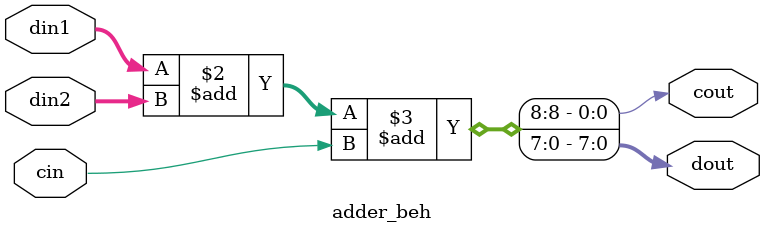
<source format=v>
module adder_beh ( output reg [7: 0] dout, output reg cout, input [7:0] din1, din2, input cin);
  always@(din1 or din2 or cin)
  begin
    {cout,dout}=din1+din2+cin;
  end
endmodule

</source>
